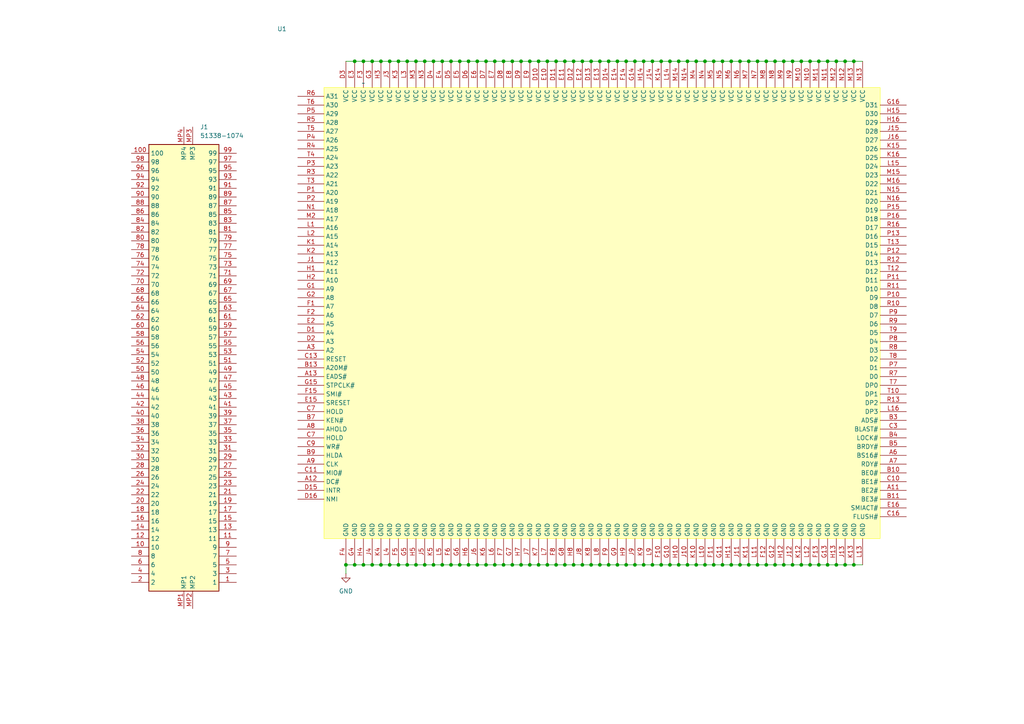
<source format=kicad_sch>
(kicad_sch (version 20250114) (generator "eeschema") (generator_version "9.0")
  (paper "A4")
  (lib_symbols
    (symbol "pcb-bga-library:51338-1074"
      (property "Reference" "J" (at 135.89 15.24 0))
      (property "Value" "51338-1074" (at 135.89 12.7 0))
      (symbol "51338-1074_1_1"
        (rectangle (start 5.08 10.16) (end 134.62 -10.16) (stroke (width 0.254)) (fill (type background)))
        (pin passive line (at 0 0 0) (length 5.08) (name "MP1") (number "MP1"))
        (pin passive line (at 0 -2.54 0) (length 5.08) (name "MP2") (number "MP2"))
        (pin passive line (at 7.62 15.24 270) (length 5.08) (name "2") (number "2"))
        (pin passive line (at 7.62 -15.24 90) (length 5.08) (name "1") (number "1"))
        (pin passive line (at 10.16 15.24 270) (length 5.08) (name "4") (number "4"))
        (pin passive line (at 10.16 -15.24 90) (length 5.08) (name "3") (number "3"))
        (pin passive line (at 12.7 15.24 270) (length 5.08) (name "6") (number "6"))
        (pin passive line (at 12.7 -15.24 90) (length 5.08) (name "5") (number "5"))
        (pin passive line (at 15.24 15.24 270) (length 5.08) (name "8") (number "8"))
        (pin passive line (at 15.24 -15.24 90) (length 5.08) (name "7") (number "7"))
        (pin passive line (at 17.78 15.24 270) (length 5.08) (name "10") (number "10"))
        (pin passive line (at 17.78 -15.24 90) (length 5.08) (name "9") (number "9"))
        (pin passive line (at 20.32 15.24 270) (length 5.08) (name "12") (number "12"))
        (pin passive line (at 20.32 -15.24 90) (length 5.08) (name "11") (number "11"))
        (pin passive line (at 22.86 15.24 270) (length 5.08) (name "14") (number "14"))
        (pin passive line (at 22.86 -15.24 90) (length 5.08) (name "13") (number "13"))
        (pin passive line (at 25.4 15.24 270) (length 5.08) (name "16") (number "16"))
        (pin passive line (at 25.4 -15.24 90) (length 5.08) (name "15") (number "15"))
        (pin passive line (at 27.94 15.24 270) (length 5.08) (name "18") (number "18"))
        (pin passive line (at 27.94 -15.24 90) (length 5.08) (name "17") (number "17"))
        (pin passive line (at 30.48 15.24 270) (length 5.08) (name "20") (number "20"))
        (pin passive line (at 30.48 -15.24 90) (length 5.08) (name "19") (number "19"))
        (pin passive line (at 33.02 15.24 270) (length 5.08) (name "22") (number "22"))
        (pin passive line (at 33.02 -15.24 90) (length 5.08) (name "21") (number "21"))
        (pin passive line (at 35.56 15.24 270) (length 5.08) (name "24") (number "24"))
        (pin passive line (at 35.56 -15.24 90) (length 5.08) (name "23") (number "23"))
        (pin passive line (at 38.1 15.24 270) (length 5.08) (name "26") (number "26"))
        (pin passive line (at 38.1 -15.24 90) (length 5.08) (name "25") (number "25"))
        (pin passive line (at 40.64 15.24 270) (length 5.08) (name "28") (number "28"))
        (pin passive line (at 40.64 -15.24 90) (length 5.08) (name "27") (number "27"))
        (pin passive line (at 43.18 15.24 270) (length 5.08) (name "30") (number "30"))
        (pin passive line (at 43.18 -15.24 90) (length 5.08) (name "29") (number "29"))
        (pin passive line (at 45.72 15.24 270) (length 5.08) (name "32") (number "32"))
        (pin passive line (at 45.72 -15.24 90) (length 5.08) (name "31") (number "31"))
        (pin passive line (at 48.26 15.24 270) (length 5.08) (name "34") (number "34"))
        (pin passive line (at 48.26 -15.24 90) (length 5.08) (name "33") (number "33"))
        (pin passive line (at 50.8 15.24 270) (length 5.08) (name "36") (number "36"))
        (pin passive line (at 50.8 -15.24 90) (length 5.08) (name "35") (number "35"))
        (pin passive line (at 53.34 15.24 270) (length 5.08) (name "38") (number "38"))
        (pin passive line (at 53.34 -15.24 90) (length 5.08) (name "37") (number "37"))
        (pin passive line (at 55.88 15.24 270) (length 5.08) (name "40") (number "40"))
        (pin passive line (at 55.88 -15.24 90) (length 5.08) (name "39") (number "39"))
        (pin passive line (at 58.42 15.24 270) (length 5.08) (name "42") (number "42"))
        (pin passive line (at 58.42 -15.24 90) (length 5.08) (name "41") (number "41"))
        (pin passive line (at 60.96 15.24 270) (length 5.08) (name "44") (number "44"))
        (pin passive line (at 60.96 -15.24 90) (length 5.08) (name "43") (number "43"))
        (pin passive line (at 63.5 15.24 270) (length 5.08) (name "46") (number "46"))
        (pin passive line (at 63.5 -15.24 90) (length 5.08) (name "45") (number "45"))
        (pin passive line (at 66.04 15.24 270) (length 5.08) (name "48") (number "48"))
        (pin passive line (at 66.04 -15.24 90) (length 5.08) (name "47") (number "47"))
        (pin passive line (at 68.58 15.24 270) (length 5.08) (name "50") (number "50"))
        (pin passive line (at 68.58 -15.24 90) (length 5.08) (name "49") (number "49"))
        (pin passive line (at 71.12 15.24 270) (length 5.08) (name "52") (number "52"))
        (pin passive line (at 71.12 -15.24 90) (length 5.08) (name "51") (number "51"))
        (pin passive line (at 73.66 15.24 270) (length 5.08) (name "54") (number "54"))
        (pin passive line (at 73.66 -15.24 90) (length 5.08) (name "53") (number "53"))
        (pin passive line (at 76.2 15.24 270) (length 5.08) (name "56") (number "56"))
        (pin passive line (at 76.2 -15.24 90) (length 5.08) (name "55") (number "55"))
        (pin passive line (at 78.74 15.24 270) (length 5.08) (name "58") (number "58"))
        (pin passive line (at 78.74 -15.24 90) (length 5.08) (name "57") (number "57"))
        (pin passive line (at 81.28 15.24 270) (length 5.08) (name "60") (number "60"))
        (pin passive line (at 81.28 -15.24 90) (length 5.08) (name "59") (number "59"))
        (pin passive line (at 83.82 15.24 270) (length 5.08) (name "62") (number "62"))
        (pin passive line (at 83.82 -15.24 90) (length 5.08) (name "61") (number "61"))
        (pin passive line (at 86.36 15.24 270) (length 5.08) (name "64") (number "64"))
        (pin passive line (at 86.36 -15.24 90) (length 5.08) (name "63") (number "63"))
        (pin passive line (at 88.9 15.24 270) (length 5.08) (name "66") (number "66"))
        (pin passive line (at 88.9 -15.24 90) (length 5.08) (name "65") (number "65"))
        (pin passive line (at 91.44 15.24 270) (length 5.08) (name "68") (number "68"))
        (pin passive line (at 91.44 -15.24 90) (length 5.08) (name "67") (number "67"))
        (pin passive line (at 93.98 15.24 270) (length 5.08) (name "70") (number "70"))
        (pin passive line (at 93.98 -15.24 90) (length 5.08) (name "69") (number "69"))
        (pin passive line (at 96.52 15.24 270) (length 5.08) (name "72") (number "72"))
        (pin passive line (at 96.52 -15.24 90) (length 5.08) (name "71") (number "71"))
        (pin passive line (at 99.06 15.24 270) (length 5.08) (name "74") (number "74"))
        (pin passive line (at 99.06 -15.24 90) (length 5.08) (name "73") (number "73"))
        (pin passive line (at 101.6 15.24 270) (length 5.08) (name "76") (number "76"))
        (pin passive line (at 101.6 -15.24 90) (length 5.08) (name "75") (number "75"))
        (pin passive line (at 104.14 15.24 270) (length 5.08) (name "78") (number "78"))
        (pin passive line (at 104.14 -15.24 90) (length 5.08) (name "77") (number "77"))
        (pin passive line (at 106.68 15.24 270) (length 5.08) (name "80") (number "80"))
        (pin passive line (at 106.68 -15.24 90) (length 5.08) (name "79") (number "79"))
        (pin passive line (at 109.22 15.24 270) (length 5.08) (name "82") (number "82"))
        (pin passive line (at 109.22 -15.24 90) (length 5.08) (name "81") (number "81"))
        (pin passive line (at 111.76 15.24 270) (length 5.08) (name "84") (number "84"))
        (pin passive line (at 111.76 -15.24 90) (length 5.08) (name "83") (number "83"))
        (pin passive line (at 114.3 15.24 270) (length 5.08) (name "86") (number "86"))
        (pin passive line (at 114.3 -15.24 90) (length 5.08) (name "85") (number "85"))
        (pin passive line (at 116.84 15.24 270) (length 5.08) (name "88") (number "88"))
        (pin passive line (at 116.84 -15.24 90) (length 5.08) (name "87") (number "87"))
        (pin passive line (at 119.38 15.24 270) (length 5.08) (name "90") (number "90"))
        (pin passive line (at 119.38 -15.24 90) (length 5.08) (name "89") (number "89"))
        (pin passive line (at 121.92 15.24 270) (length 5.08) (name "92") (number "92"))
        (pin passive line (at 121.92 -15.24 90) (length 5.08) (name "91") (number "91"))
        (pin passive line (at 124.46 15.24 270) (length 5.08) (name "94") (number "94"))
        (pin passive line (at 124.46 -15.24 90) (length 5.08) (name "93") (number "93"))
        (pin passive line (at 127 15.24 270) (length 5.08) (name "96") (number "96"))
        (pin passive line (at 127 -15.24 90) (length 5.08) (name "95") (number "95"))
        (pin passive line (at 129.54 15.24 270) (length 5.08) (name "98") (number "98"))
        (pin passive line (at 129.54 -15.24 90) (length 5.08) (name "97") (number "97"))
        (pin passive line (at 132.08 15.24 270) (length 5.08) (name "100") (number "100"))
        (pin passive line (at 132.08 -15.24 90) (length 5.08) (name "99") (number "99"))
        (pin passive line (at 139.7 0 180) (length 5.08) (name "MP4") (number "MP4"))
        (pin passive line (at 139.7 -2.54 180) (length 5.08) (name "MP3") (number "MP3"))
      )
    )
    (symbol "pcb-bga-library:PC110_CPU_BGA"
      (property "Reference" "U" (at -41.402 100.33 0))
      (symbol "PC110_CPU_BGA_1_1"
        (rectangle (start -12.7 88.9) (end 148.59 -41.91) (stroke (width 0) (color 249 255 54 1)) (fill (type background)))
        (pin input line (at -20.32 86.36 0) (length 7.62) (name "A31") (number "R6"))
        (pin input line (at -20.32 83.82 0) (length 7.62) (name "A30") (number "T6"))
        (pin input line (at -20.32 81.28 0) (length 7.62) (name "A29") (number "P5"))
        (pin input line (at -20.32 78.74 0) (length 7.62) (name "A28") (number "R5"))
        (pin input line (at -20.32 76.2 0) (length 7.62) (name "A27") (number "T5"))
        (pin input line (at -20.32 73.66 0) (length 7.62) (name "A26") (number "P4"))
        (pin input line (at -20.32 71.12 0) (length 7.62) (name "A25") (number "R4"))
        (pin input line (at -20.32 68.58 0) (length 7.62) (name "A24") (number "T4"))
        (pin input line (at -20.32 66.04 0) (length 7.62) (name "A23") (number "P3"))
        (pin input line (at -20.32 63.5 0) (length 7.62) (name "A22") (number "R3"))
        (pin input line (at -20.32 60.96 0) (length 7.62) (name "A21") (number "T3"))
        (pin input line (at -20.32 58.42 0) (length 7.62) (name "A20") (number "P1"))
        (pin input line (at -20.32 55.88 0) (length 7.62) (name "A19") (number "P2"))
        (pin input line (at -20.32 53.34 0) (length 7.62) (name "A18") (number "N1"))
        (pin input line (at -20.32 50.8 0) (length 7.62) (name "A17") (number "M2"))
        (pin input line (at -20.32 48.26 0) (length 7.62) (name "A16") (number "L1"))
        (pin input line (at -20.32 45.72 0) (length 7.62) (name "A15") (number "L2"))
        (pin input line (at -20.32 43.18 0) (length 7.62) (name "A14") (number "K1"))
        (pin input line (at -20.32 40.64 0) (length 7.62) (name "A13") (number "K2"))
        (pin input line (at -20.32 38.1 0) (length 7.62) (name "A12") (number "J1"))
        (pin input line (at -20.32 35.56 0) (length 7.62) (name "A11") (number "H1"))
        (pin input line (at -20.32 33.02 0) (length 7.62) (name "A10") (number "H2"))
        (pin input line (at -20.32 30.48 0) (length 7.62) (name "A9") (number "G1"))
        (pin input line (at -20.32 27.94 0) (length 7.62) (name "A8") (number "G2"))
        (pin input line (at -20.32 25.4 0) (length 7.62) (name "A7") (number "F1"))
        (pin input line (at -20.32 22.86 0) (length 7.62) (name "A6") (number "F2"))
        (pin input line (at -20.32 20.32 0) (length 7.62) (name "A5") (number "E2"))
        (pin input line (at -20.32 17.78 0) (length 7.62) (name "A4") (number "D1"))
        (pin input line (at -20.32 15.24 0) (length 7.62) (name "A3") (number "D2"))
        (pin input line (at -20.32 12.7 0) (length 7.62) (name "A2") (number "A3"))
        (pin input line (at -20.32 10.16 0) (length 7.62) (name "RESET") (number "C13"))
        (pin input line (at -20.32 7.62 0) (length 7.62) (name "A20M#") (number "B13"))
        (pin input line (at -20.32 5.08 0) (length 7.62) (name "EADS#") (number "A13"))
        (pin input line (at -20.32 2.54 0) (length 7.62) (name "STPCLK#") (number "G15"))
        (pin input line (at -20.32 0 0) (length 7.62) (name "SMI#") (number "F15"))
        (pin input line (at -20.32 -2.54 0) (length 7.62) (name "SRESET") (number "E15"))
        (pin input line (at -20.32 -5.08 0) (length 7.62) (name "HOLD") (number "C7"))
        (pin input line (at -20.32 -7.62 0) (length 7.62) (name "KEN#") (number "B7"))
        (pin input line (at -20.32 -10.16 0) (length 7.62) (name "AHOLD") (number "A8"))
        (pin input line (at -20.32 -12.7 0) (length 7.62) (name "HOLD") (number "C7"))
        (pin input line (at -20.32 -15.24 0) (length 7.62) (name "WR#") (number "C9"))
        (pin input line (at -20.32 -17.78 0) (length 7.62) (name "HLDA") (number "B9"))
        (pin input line (at -20.32 -20.32 0) (length 7.62) (name "CLK") (number "A9"))
        (pin input line (at -20.32 -22.86 0) (length 7.62) (name "MIO#") (number "C11"))
        (pin input line (at -20.32 -25.4 0) (length 7.62) (name "DC#") (number "A12"))
        (pin input line (at -20.32 -27.94 0) (length 7.62) (name "INTR") (number "D15"))
        (pin input line (at -20.32 -30.48 0) (length 7.62) (name "NMI") (number "D16"))
        (pin input line (at -6.35 96.52 270) (length 7.62) (name "VCC") (number "D3"))
        (pin input line (at -6.35 -49.53 90) (length 7.62) (name "GND") (number "F4"))
        (pin input line (at -3.81 96.52 270) (length 7.62) (name "VCC") (number "E3"))
        (pin input line (at -3.81 -49.53 90) (length 7.62) (name "GND") (number "G4"))
        (pin input line (at -1.27 96.52 270) (length 7.62) (name "VCC") (number "F3"))
        (pin input line (at -1.27 -49.53 90) (length 7.62) (name "GND") (number "H4"))
        (pin input line (at 1.27 96.52 270) (length 7.62) (name "VCC") (number "G3"))
        (pin input line (at 1.27 -49.53 90) (length 7.62) (name "GND") (number "J4"))
        (pin input line (at 3.81 96.52 270) (length 7.62) (name "VCC") (number "H3"))
        (pin input line (at 3.81 -49.53 90) (length 7.62) (name "GND") (number "K4"))
        (pin input line (at 6.35 96.52 270) (length 7.62) (name "VCC") (number "J3"))
        (pin input line (at 6.35 -49.53 90) (length 7.62) (name "GND") (number "L4"))
        (pin input line (at 8.89 96.52 270) (length 7.62) (name "VCC") (number "K3"))
        (pin input line (at 8.89 -49.53 90) (length 7.62) (name "GND") (number "F5"))
        (pin input line (at 11.43 96.52 270) (length 7.62) (name "VCC") (number "L3"))
        (pin input line (at 11.43 -49.53 90) (length 7.62) (name "GND") (number "G5"))
        (pin input line (at 13.97 96.52 270) (length 7.62) (name "VCC") (number "M3"))
        (pin input line (at 13.97 -49.53 90) (length 7.62) (name "GND") (number "H5"))
        (pin input line (at 16.51 96.52 270) (length 7.62) (name "VCC") (number "N3"))
        (pin input line (at 16.51 -49.53 90) (length 7.62) (name "GND") (number "J5"))
        (pin input line (at 19.05 96.52 270) (length 7.62) (name "VCC") (number "D4"))
        (pin input line (at 19.05 -49.53 90) (length 7.62) (name "GND") (number "K5"))
        (pin input line (at 21.59 96.52 270) (length 7.62) (name "VCC") (number "E4"))
        (pin input line (at 21.59 -49.53 90) (length 7.62) (name "GND") (number "L5"))
        (pin input line (at 24.13 96.52 270) (length 7.62) (name "VCC") (number "D5"))
        (pin input line (at 24.13 -49.53 90) (length 7.62) (name "GND") (number "F6"))
        (pin input line (at 26.67 96.52 270) (length 7.62) (name "VCC") (number "E5"))
        (pin input line (at 26.67 -49.53 90) (length 7.62) (name "GND") (number "G6"))
        (pin input line (at 29.21 96.52 270) (length 7.62) (name "VCC") (number "D6"))
        (pin input line (at 29.21 -49.53 90) (length 7.62) (name "GND") (number "H6"))
        (pin input line (at 31.75 96.52 270) (length 7.62) (name "VCC") (number "E6"))
        (pin input line (at 31.75 -49.53 90) (length 7.62) (name "GND") (number "J6"))
        (pin input line (at 34.29 96.52 270) (length 7.62) (name "VCC") (number "D7"))
        (pin input line (at 34.29 -49.53 90) (length 7.62) (name "GND") (number "K6"))
        (pin input line (at 36.83 96.52 270) (length 7.62) (name "VCC") (number "E7"))
        (pin input line (at 36.83 -49.53 90) (length 7.62) (name "GND") (number "L6"))
        (pin input line (at 39.37 96.52 270) (length 7.62) (name "VCC") (number "D8"))
        (pin input line (at 39.37 -49.53 90) (length 7.62) (name "GND") (number "F7"))
        (pin input line (at 41.91 96.52 270) (length 7.62) (name "VCC") (number "E8"))
        (pin input line (at 41.91 -49.53 90) (length 7.62) (name "GND") (number "G7"))
        (pin input line (at 44.45 96.52 270) (length 7.62) (name "VCC") (number "D9"))
        (pin input line (at 44.45 -49.53 90) (length 7.62) (name "GND") (number "H7"))
        (pin input line (at 46.99 96.52 270) (length 7.62) (name "VCC") (number "E9"))
        (pin input line (at 46.99 -49.53 90) (length 7.62) (name "GND") (number "J7"))
        (pin input line (at 49.53 96.52 270) (length 7.62) (name "VCC") (number "D10"))
        (pin input line (at 49.53 -49.53 90) (length 7.62) (name "GND") (number "K7"))
        (pin input line (at 52.07 96.52 270) (length 7.62) (name "VCC") (number "E10"))
        (pin input line (at 52.07 -49.53 90) (length 7.62) (name "GND") (number "L7"))
        (pin input line (at 54.61 96.52 270) (length 7.62) (name "VCC") (number "D11"))
        (pin input line (at 54.61 -49.53 90) (length 7.62) (name "GND") (number "F8"))
        (pin input line (at 57.15 96.52 270) (length 7.62) (name "VCC") (number "E11"))
        (pin input line (at 57.15 -49.53 90) (length 7.62) (name "GND") (number "G8"))
        (pin input line (at 59.69 96.52 270) (length 7.62) (name "VCC") (number "D12"))
        (pin input line (at 59.69 -49.53 90) (length 7.62) (name "GND") (number "H8"))
        (pin input line (at 62.23 96.52 270) (length 7.62) (name "VCC") (number "E12"))
        (pin input line (at 62.23 -49.53 90) (length 7.62) (name "GND") (number "J8"))
        (pin input line (at 64.77 96.52 270) (length 7.62) (name "VCC") (number "D13"))
        (pin input line (at 64.77 -49.53 90) (length 7.62) (name "GND") (number "K8"))
        (pin input line (at 67.31 96.52 270) (length 7.62) (name "VCC") (number "E13"))
        (pin input line (at 67.31 -49.53 90) (length 7.62) (name "GND") (number "L8"))
        (pin input line (at 69.85 96.52 270) (length 7.62) (name "VCC") (number "D14"))
        (pin input line (at 69.85 -49.53 90) (length 7.62) (name "GND") (number "F9"))
        (pin input line (at 72.39 96.52 270) (length 7.62) (name "VCC") (number "E14"))
        (pin input line (at 72.39 -49.53 90) (length 7.62) (name "GND") (number "G9"))
        (pin input line (at 74.93 96.52 270) (length 7.62) (name "VCC") (number "F14"))
        (pin input line (at 74.93 -49.53 90) (length 7.62) (name "GND") (number "H9"))
        (pin input line (at 77.47 96.52 270) (length 7.62) (name "VCC") (number "G14"))
        (pin input line (at 77.47 -49.53 90) (length 7.62) (name "GND") (number "J9"))
        (pin input line (at 80.01 96.52 270) (length 7.62) (name "VCC") (number "H14"))
        (pin input line (at 80.01 -49.53 90) (length 7.62) (name "GND") (number "K9"))
        (pin input line (at 82.55 96.52 270) (length 7.62) (name "VCC") (number "J14"))
        (pin input line (at 82.55 -49.53 90) (length 7.62) (name "GND") (number "L9"))
        (pin input line (at 85.09 96.52 270) (length 7.62) (name "VCC") (number "K14"))
        (pin input line (at 85.09 -49.53 90) (length 7.62) (name "GND") (number "F10"))
        (pin input line (at 87.63 96.52 270) (length 7.62) (name "VCC") (number "L14"))
        (pin input line (at 87.63 -49.53 90) (length 7.62) (name "GND") (number "G10"))
        (pin input line (at 90.17 96.52 270) (length 7.62) (name "VCC") (number "M14"))
        (pin input line (at 90.17 -49.53 90) (length 7.62) (name "GND") (number "H10"))
        (pin input line (at 92.71 96.52 270) (length 7.62) (name "VCC") (number "N14"))
        (pin input line (at 92.71 -49.53 90) (length 7.62) (name "GND") (number "J10"))
        (pin input line (at 95.25 96.52 270) (length 7.62) (name "VCC") (number "M4"))
        (pin input line (at 95.25 -49.53 90) (length 7.62) (name "GND") (number "K10"))
        (pin input line (at 97.79 96.52 270) (length 7.62) (name "VCC") (number "N4"))
        (pin input line (at 97.79 -49.53 90) (length 7.62) (name "GND") (number "L10"))
        (pin input line (at 100.33 96.52 270) (length 7.62) (name "VCC") (number "M5"))
        (pin input line (at 100.33 -49.53 90) (length 7.62) (name "GND") (number "F11"))
        (pin input line (at 102.87 96.52 270) (length 7.62) (name "VCC") (number "N5"))
        (pin input line (at 102.87 -49.53 90) (length 7.62) (name "GND") (number "G11"))
        (pin input line (at 105.41 96.52 270) (length 7.62) (name "VCC") (number "M6"))
        (pin input line (at 105.41 -49.53 90) (length 7.62) (name "GND") (number "H11"))
        (pin input line (at 107.95 96.52 270) (length 7.62) (name "VCC") (number "N6"))
        (pin input line (at 107.95 -49.53 90) (length 7.62) (name "GND") (number "J11"))
        (pin input line (at 110.49 96.52 270) (length 7.62) (name "VCC") (number "M7"))
        (pin input line (at 110.49 -49.53 90) (length 7.62) (name "GND") (number "K11"))
        (pin input line (at 113.03 96.52 270) (length 7.62) (name "VCC") (number "N7"))
        (pin input line (at 113.03 -49.53 90) (length 7.62) (name "GND") (number "L11"))
        (pin input line (at 115.57 96.52 270) (length 7.62) (name "VCC") (number "M8"))
        (pin input line (at 115.57 -49.53 90) (length 7.62) (name "GND") (number "F12"))
        (pin input line (at 118.11 96.52 270) (length 7.62) (name "VCC") (number "N8"))
        (pin input line (at 118.11 -49.53 90) (length 7.62) (name "GND") (number "G12"))
        (pin input line (at 120.65 96.52 270) (length 7.62) (name "VCC") (number "M9"))
        (pin input line (at 120.65 -49.53 90) (length 7.62) (name "GND") (number "H12"))
        (pin input line (at 123.19 96.52 270) (length 7.62) (name "VCC") (number "N9"))
        (pin input line (at 123.19 -49.53 90) (length 7.62) (name "GND") (number "J12"))
        (pin input line (at 125.73 96.52 270) (length 7.62) (name "VCC") (number "M10"))
        (pin input line (at 125.73 -49.53 90) (length 7.62) (name "GND") (number "K12"))
        (pin input line (at 128.27 96.52 270) (length 7.62) (name "VCC") (number "N10"))
        (pin input line (at 128.27 -49.53 90) (length 7.62) (name "GND") (number "L12"))
        (pin input line (at 130.81 96.52 270) (length 7.62) (name "VCC") (number "M11"))
        (pin input line (at 130.81 -49.53 90) (length 7.62) (name "GND") (number "F13"))
        (pin input line (at 133.35 96.52 270) (length 7.62) (name "VCC") (number "N11"))
        (pin input line (at 133.35 -49.53 90) (length 7.62) (name "GND") (number "G13"))
        (pin input line (at 135.89 96.52 270) (length 7.62) (name "VCC") (number "M12"))
        (pin input line (at 135.89 -49.53 90) (length 7.62) (name "GND") (number "H13"))
        (pin input line (at 138.43 96.52 270) (length 7.62) (name "VCC") (number "N12"))
        (pin input line (at 138.43 -49.53 90) (length 7.62) (name "GND") (number "J13"))
        (pin input line (at 140.97 96.52 270) (length 7.62) (name "VCC") (number "M13"))
        (pin input line (at 140.97 -49.53 90) (length 7.62) (name "GND") (number "K13"))
        (pin input line (at 143.51 96.52 270) (length 7.62) (name "VCC") (number "N13"))
        (pin input line (at 143.51 -49.53 90) (length 7.62) (name "GND") (number "L13"))
        (pin input line (at 156.21 83.82 180) (length 7.62) (name "D31") (number "G16"))
        (pin input line (at 156.21 81.28 180) (length 7.62) (name "D30") (number "H15"))
        (pin input line (at 156.21 78.74 180) (length 7.62) (name "D29") (number "H16"))
        (pin input line (at 156.21 76.2 180) (length 7.62) (name "D28") (number "J15"))
        (pin input line (at 156.21 73.66 180) (length 7.62) (name "D27") (number "J16"))
        (pin input line (at 156.21 71.12 180) (length 7.62) (name "D26") (number "K15"))
        (pin input line (at 156.21 68.58 180) (length 7.62) (name "D25") (number "K16"))
        (pin input line (at 156.21 66.04 180) (length 7.62) (name "D24") (number "L15"))
        (pin input line (at 156.21 63.5 180) (length 7.62) (name "D23") (number "M15"))
        (pin input line (at 156.21 60.96 180) (length 7.62) (name "D22") (number "M16"))
        (pin input line (at 156.21 58.42 180) (length 7.62) (name "D21") (number "N15"))
        (pin input line (at 156.21 55.88 180) (length 7.62) (name "D20") (number "N16"))
        (pin input line (at 156.21 53.34 180) (length 7.62) (name "D19") (number "P15"))
        (pin input line (at 156.21 50.8 180) (length 7.62) (name "D18") (number "P16"))
        (pin input line (at 156.21 48.26 180) (length 7.62) (name "D17") (number "R16"))
        (pin input line (at 156.21 45.72 180) (length 7.62) (name "D16") (number "P13"))
        (pin input line (at 156.21 43.18 180) (length 7.62) (name "D15") (number "T13"))
        (pin input line (at 156.21 40.64 180) (length 7.62) (name "D14") (number "P12"))
        (pin input line (at 156.21 38.1 180) (length 7.62) (name "D13") (number "R12"))
        (pin input line (at 156.21 35.56 180) (length 7.62) (name "D12") (number "T12"))
        (pin input line (at 156.21 33.02 180) (length 7.62) (name "D11") (number "P11"))
        (pin input line (at 156.21 30.48 180) (length 7.62) (name "D10") (number "R11"))
        (pin input line (at 156.21 27.94 180) (length 7.62) (name "D9") (number "P10"))
        (pin input line (at 156.21 25.4 180) (length 7.62) (name "D8") (number "R10"))
        (pin input line (at 156.21 22.86 180) (length 7.62) (name "D7") (number "P9"))
        (pin input line (at 156.21 20.32 180) (length 7.62) (name "D6") (number "R9"))
        (pin input line (at 156.21 17.78 180) (length 7.62) (name "D5") (number "T9"))
        (pin input line (at 156.21 15.24 180) (length 7.62) (name "D4") (number "P8"))
        (pin input line (at 156.21 12.7 180) (length 7.62) (name "D3") (number "R8"))
        (pin input line (at 156.21 10.16 180) (length 7.62) (name "D2") (number "T8"))
        (pin input line (at 156.21 7.62 180) (length 7.62) (name "D1") (number "P7"))
        (pin input line (at 156.21 5.08 180) (length 7.62) (name "D0") (number "R7"))
        (pin input line (at 156.21 2.54 180) (length 7.62) (name "DP0") (number "T7"))
        (pin input line (at 156.21 0 180) (length 7.62) (name "DP1") (number "T10"))
        (pin input line (at 156.21 -2.54 180) (length 7.62) (name "DP2") (number "R13"))
        (pin input line (at 156.21 -5.08 180) (length 7.62) (name "DP3") (number "L16"))
        (pin input line (at 156.21 -7.62 180) (length 7.62) (name "ADS#") (number "B3"))
        (pin input line (at 156.21 -10.16 180) (length 7.62) (name "BLAST#") (number "C3"))
        (pin input line (at 156.21 -12.7 180) (length 7.62) (name "LOCK#") (number "B4"))
        (pin input line (at 156.21 -15.24 180) (length 7.62) (name "BRDY#") (number "B5"))
        (pin input line (at 156.21 -17.78 180) (length 7.62) (name "BS16#") (number "A6"))
        (pin input line (at 156.21 -20.32 180) (length 7.62) (name "RDY#") (number "A7"))
        (pin input line (at 156.21 -22.86 180) (length 7.62) (name "BE0#") (number "B10"))
        (pin input line (at 156.21 -25.4 180) (length 7.62) (name "BE1#") (number "C10"))
        (pin input line (at 156.21 -27.94 180) (length 7.62) (name "BE2#") (number "A11"))
        (pin input line (at 156.21 -30.48 180) (length 7.62) (name "BE3#") (number "B11"))
        (pin input line (at 156.21 -33.02 180) (length 7.62) (name "SMIACT#") (number "E16"))
        (pin input line (at 156.21 -35.56 180) (length 7.62) (name "FLUSH#") (number "C16"))
        (pin no_connect line (at 195.58 96.52 180) (length 7.62) (hide yes) (name "NC") (number "A1"))
        (pin no_connect line (at 195.58 93.98 180) (length 7.62) (hide yes) (name "NC") (number "B1"))
        (pin no_connect line (at 195.58 91.44 180) (length 7.62) (hide yes) (name "NC") (number "C1"))
        (pin no_connect line (at 195.58 88.9 180) (length 7.62) (hide yes) (name "NC") (number "E1"))
        (pin no_connect line (at 195.58 86.36 180) (length 7.62) (hide yes) (name "M1") (number "A1"))
        (pin no_connect line (at 195.58 83.82 180) (length 7.62) (hide yes) (name "NC") (number "R1"))
        (pin no_connect line (at 195.58 81.28 180) (length 7.62) (hide yes) (name "NC") (number "T1"))
        (pin no_connect line (at 195.58 78.74 180) (length 7.62) (hide yes) (name "NC") (number "A2"))
        (pin no_connect line (at 195.58 76.2 180) (length 7.62) (hide yes) (name "NC") (number "B2"))
        (pin no_connect line (at 195.58 73.66 180) (length 7.62) (hide yes) (name "NC") (number "C2"))
        (pin no_connect line (at 195.58 71.12 180) (length 7.62) (hide yes) (name "NC") (number "N2"))
        (pin no_connect line (at 195.58 68.58 180) (length 7.62) (hide yes) (name "NC") (number "R2"))
        (pin no_connect line (at 195.58 66.04 180) (length 7.62) (hide yes) (name "NC") (number "T2"))
        (pin no_connect line (at 195.58 63.5 180) (length 7.62) (hide yes) (name "NC") (number "C4"))
        (pin no_connect line (at 195.58 60.96 180) (length 7.62) (hide yes) (name "NC") (number "C6"))
        (pin no_connect line (at 195.58 58.42 180) (length 7.62) (hide yes) (name "NC") (number "P6"))
        (pin no_connect line (at 195.58 55.88 180) (length 7.62) (hide yes) (name "NC") (number "T11"))
        (pin no_connect line (at 195.58 53.34 180) (length 7.62) (hide yes) (name "NC") (number "A14"))
        (pin no_connect line (at 195.58 50.8 180) (length 7.62) (hide yes) (name "NC") (number "B14"))
        (pin no_connect line (at 195.58 48.26 180) (length 7.62) (hide yes) (name "NC") (number "C14"))
        (pin no_connect line (at 195.58 45.72 180) (length 7.62) (hide yes) (name "NC") (number "P14"))
        (pin no_connect line (at 195.58 43.18 180) (length 7.62) (hide yes) (name "NC") (number "R14"))
        (pin no_connect line (at 195.58 40.64 180) (length 7.62) (hide yes) (name "NC") (number "T14"))
        (pin no_connect line (at 195.58 38.1 180) (length 7.62) (hide yes) (name "NC") (number "A15"))
        (pin no_connect line (at 195.58 35.56 180) (length 7.62) (hide yes) (name "NC") (number "B15"))
        (pin no_connect line (at 195.58 33.02 180) (length 7.62) (hide yes) (name "NC") (number "C15"))
        (pin no_connect line (at 195.58 30.48 180) (length 7.62) (hide yes) (name "NC") (number "R15"))
        (pin no_connect line (at 195.58 27.94 180) (length 7.62) (hide yes) (name "NC") (number "T15"))
        (pin no_connect line (at 195.58 25.4 180) (length 7.62) (hide yes) (name "NC") (number "A16"))
        (pin no_connect line (at 195.58 22.86 180) (length 7.62) (hide yes) (name "NC") (number "B16"))
        (pin no_connect line (at 195.58 20.32 180) (length 7.62) (hide yes) (name "NC") (number "T16"))
        (pin no_connect line (at 195.58 16.51 180) (length 7.62) (hide yes) (name "NC") (number "A4"))
        (pin no_connect line (at 195.58 13.97 180) (length 7.62) (hide yes) (name "NC") (number "A5"))
        (pin no_connect line (at 195.58 11.43 180) (length 7.62) (hide yes) (name "NC") (number "C5"))
        (pin no_connect line (at 195.58 8.89 180) (length 7.62) (hide yes) (name "NC") (number "B6"))
        (pin no_connect line (at 195.58 6.35 180) (length 7.62) (hide yes) (name "NC") (number "B8"))
        (pin no_connect line (at 195.58 3.81 180) (length 7.62) (hide yes) (name "NC") (number "A10"))
        (pin no_connect line (at 195.58 1.27 180) (length 7.62) (hide yes) (name "NC") (number "B12"))
        (pin no_connect line (at 195.58 -1.27 180) (length 7.62) (hide yes) (name "NC") (number "C12"))
        (pin no_connect line (at 195.58 -3.81 180) (length 7.62) (hide yes) (name "NC") (number "F16"))
        (pin no_connect line (at 195.58 -6.35 180) (length 7.62) (hide yes) (name "NC") (number "M1"))
        (pin no_connect line (at 195.58 -8.89 180) (length 7.62) (hide yes) (name "NC") (number "J2"))
        (pin no_connect line (at 195.58 -11.43 180) (length 7.62) (hide yes) (name "NC") (number "C8"))
      )
    )
    (symbol "power:GND" (power) (pin_numbers (hide yes)) (pin_names (offset 0) (hide yes))
      (property "Value" "GND" (at 0 -3.81 0))
      (symbol "GND_0_1"
        (polyline (pts (xy 0 0) (xy 0 -1.27) (xy 1.27 -1.27) (xy 0 -2.54) (xy -1.27 -1.27) (xy 0 -1.27)))
      )
      (symbol "GND_1_1"
        (pin power_in line (at 0 0 270) (length 0) (name "~") (number "1"))
      )
    )
  )
  (junction (at 143.51 17.78))
  (junction (at 196.85 17.78))
  (junction (at 163.83 163.83))
  (junction (at 120.65 17.78))
  (junction (at 222.25 17.78))
  (junction (at 186.69 163.83))
  (junction (at 107.95 163.83))
  (junction (at 214.63 17.78))
  (junction (at 123.19 163.83))
  (junction (at 234.95 17.78))
  (junction (at 125.73 17.78))
  (junction (at 217.17 163.83))
  (junction (at 186.69 17.78))
  (junction (at 196.85 163.83))
  (junction (at 107.95 17.78))
  (junction (at 148.59 163.83))
  (junction (at 227.33 163.83))
  (junction (at 247.65 17.78))
  (junction (at 234.95 163.83))
  (junction (at 105.41 163.83))
  (junction (at 184.15 163.83))
  (junction (at 207.01 163.83))
  (junction (at 143.51 163.83))
  (junction (at 156.21 163.83))
  (junction (at 120.65 163.83))
  (junction (at 113.03 163.83))
  (junction (at 199.39 17.78))
  (junction (at 219.71 163.83))
  (junction (at 153.67 17.78))
  (junction (at 115.57 163.83))
  (junction (at 158.75 17.78))
  (junction (at 100.33 163.83))
  (junction (at 224.79 163.83))
  (junction (at 242.57 163.83))
  (junction (at 105.41 17.78))
  (junction (at 123.19 17.78))
  (junction (at 191.77 163.83))
  (junction (at 219.71 17.78))
  (junction (at 133.35 17.78))
  (junction (at 212.09 17.78))
  (junction (at 148.59 17.78))
  (junction (at 222.25 163.83))
  (junction (at 102.87 163.83))
  (junction (at 229.87 163.83))
  (junction (at 240.03 17.78))
  (junction (at 201.93 17.78))
  (junction (at 176.53 163.83))
  (junction (at 130.81 17.78))
  (junction (at 237.49 17.78))
  (junction (at 140.97 163.83))
  (junction (at 189.23 17.78))
  (junction (at 166.37 163.83))
  (junction (at 128.27 17.78))
  (junction (at 130.81 163.83))
  (junction (at 199.39 163.83))
  (junction (at 173.99 163.83))
  (junction (at 207.01 17.78))
  (junction (at 212.09 163.83))
  (junction (at 176.53 17.78))
  (junction (at 217.17 17.78))
  (junction (at 209.55 17.78))
  (junction (at 166.37 17.78))
  (junction (at 110.49 17.78))
  (junction (at 179.07 17.78))
  (junction (at 194.31 17.78))
  (junction (at 171.45 163.83))
  (junction (at 173.99 17.78))
  (junction (at 232.41 17.78))
  (junction (at 133.35 163.83))
  (junction (at 209.55 163.83))
  (junction (at 229.87 17.78))
  (junction (at 181.61 17.78))
  (junction (at 247.65 163.83))
  (junction (at 179.07 163.83))
  (junction (at 163.83 17.78))
  (junction (at 118.11 163.83))
  (junction (at 125.73 163.83))
  (junction (at 184.15 17.78))
  (junction (at 194.31 163.83))
  (junction (at 118.11 17.78))
  (junction (at 214.63 163.83))
  (junction (at 227.33 17.78))
  (junction (at 204.47 17.78))
  (junction (at 168.91 17.78))
  (junction (at 245.11 163.83))
  (junction (at 171.45 17.78))
  (junction (at 156.21 17.78))
  (junction (at 113.03 17.78))
  (junction (at 158.75 163.83))
  (junction (at 135.89 17.78))
  (junction (at 135.89 163.83))
  (junction (at 191.77 17.78))
  (junction (at 240.03 163.83))
  (junction (at 128.27 163.83))
  (junction (at 201.93 163.83))
  (junction (at 115.57 17.78))
  (junction (at 189.23 163.83))
  (junction (at 146.05 17.78))
  (junction (at 161.29 17.78))
  (junction (at 181.61 163.83))
  (junction (at 153.67 163.83))
  (junction (at 232.41 163.83))
  (junction (at 138.43 17.78))
  (junction (at 224.79 17.78))
  (junction (at 102.87 17.78))
  (junction (at 110.49 163.83))
  (junction (at 237.49 163.83))
  (junction (at 138.43 163.83))
  (junction (at 151.13 163.83))
  (junction (at 161.29 163.83))
  (junction (at 140.97 17.78))
  (junction (at 146.05 163.83))
  (junction (at 242.57 17.78))
  (junction (at 168.91 163.83))
  (junction (at 204.47 163.83))
  (junction (at 245.11 17.78))
  (junction (at 151.13 17.78))
  (wire (pts (xy 158.75 17.78) (xy 161.29 17.78)))
  (wire (pts (xy 234.95 17.78) (xy 237.49 17.78)))
  (wire (pts (xy 105.41 17.78) (xy 107.95 17.78)))
  (wire (pts (xy 143.51 163.83) (xy 146.05 163.83)))
  (wire (pts (xy 138.43 163.83) (xy 140.97 163.83)))
  (wire (pts (xy 125.73 17.78) (xy 128.27 17.78)))
  (wire (pts (xy 120.65 17.78) (xy 123.19 17.78)))
  (wire (pts (xy 110.49 163.83) (xy 113.03 163.83)))
  (wire (pts (xy 171.45 17.78) (xy 173.99 17.78)))
  (wire (pts (xy 115.57 17.78) (xy 118.11 17.78)))
  (wire (pts (xy 245.11 17.78) (xy 247.65 17.78)))
  (wire (pts (xy 100.33 163.83) (xy 100.33 166.37)))
  (wire (pts (xy 166.37 17.78) (xy 168.91 17.78)))
  (wire (pts (xy 204.47 17.78) (xy 207.01 17.78)))
  (wire (pts (xy 242.57 17.78) (xy 245.11 17.78)))
  (wire (pts (xy 247.65 163.83) (xy 250.19 163.83)))
  (wire (pts (xy 227.33 17.78) (xy 229.87 17.78)))
  (wire (pts (xy 207.01 17.78) (xy 209.55 17.78)))
  (wire (pts (xy 140.97 163.83) (xy 143.51 163.83)))
  (wire (pts (xy 173.99 163.83) (xy 176.53 163.83)))
  (wire (pts (xy 158.75 163.83) (xy 161.29 163.83)))
  (wire (pts (xy 128.27 163.83) (xy 130.81 163.83)))
  (wire (pts (xy 161.29 163.83) (xy 163.83 163.83)))
  (wire (pts (xy 186.69 163.83) (xy 189.23 163.83)))
  (wire (pts (xy 201.93 17.78) (xy 204.47 17.78)))
  (wire (pts (xy 148.59 163.83) (xy 151.13 163.83)))
  (wire (pts (xy 176.53 17.78) (xy 179.07 17.78)))
  (wire (pts (xy 207.01 163.83) (xy 209.55 163.83)))
  (wire (pts (xy 102.87 17.78) (xy 105.41 17.78)))
  (wire (pts (xy 234.95 163.83) (xy 237.49 163.83)))
  (wire (pts (xy 204.47 163.83) (xy 207.01 163.83)))
  (wire (pts (xy 224.79 17.78) (xy 227.33 17.78)))
  (wire (pts (xy 181.61 163.83) (xy 184.15 163.83)))
  (wire (pts (xy 232.41 163.83) (xy 234.95 163.83)))
  (wire (pts (xy 163.83 163.83) (xy 166.37 163.83)))
  (wire (pts (xy 179.07 163.83) (xy 181.61 163.83)))
  (wire (pts (xy 219.71 17.78) (xy 222.25 17.78)))
  (wire (pts (xy 163.83 17.78) (xy 166.37 17.78)))
  (wire (pts (xy 222.25 17.78) (xy 224.79 17.78)))
  (wire (pts (xy 151.13 163.83) (xy 153.67 163.83)))
  (wire (pts (xy 184.15 17.78) (xy 186.69 17.78)))
  (wire (pts (xy 153.67 17.78) (xy 156.21 17.78)))
  (wire (pts (xy 176.53 163.83) (xy 179.07 163.83)))
  (wire (pts (xy 171.45 163.83) (xy 173.99 163.83)))
  (wire (pts (xy 245.11 163.83) (xy 247.65 163.83)))
  (wire (pts (xy 237.49 17.78) (xy 240.03 17.78)))
  (wire (pts (xy 181.61 17.78) (xy 184.15 17.78)))
  (wire (pts (xy 102.87 163.83) (xy 105.41 163.83)))
  (wire (pts (xy 232.41 17.78) (xy 234.95 17.78)))
  (wire (pts (xy 156.21 163.83) (xy 158.75 163.83)))
  (wire (pts (xy 199.39 17.78) (xy 201.93 17.78)))
  (wire (pts (xy 118.11 163.83) (xy 120.65 163.83)))
  (wire (pts (xy 209.55 163.83) (xy 212.09 163.83)))
  (wire (pts (xy 191.77 163.83) (xy 194.31 163.83)))
  (wire (pts (xy 168.91 163.83) (xy 171.45 163.83)))
  (wire (pts (xy 130.81 17.78) (xy 133.35 17.78)))
  (wire (pts (xy 186.69 17.78) (xy 189.23 17.78)))
  (wire (pts (xy 240.03 163.83) (xy 242.57 163.83)))
  (wire (pts (xy 242.57 163.83) (xy 245.11 163.83)))
  (wire (pts (xy 194.31 17.78) (xy 196.85 17.78)))
  (wire (pts (xy 212.09 163.83) (xy 214.63 163.83)))
  (wire (pts (xy 107.95 163.83) (xy 110.49 163.83)))
  (wire (pts (xy 135.89 17.78) (xy 138.43 17.78)))
  (wire (pts (xy 184.15 163.83) (xy 186.69 163.83)))
  (wire (pts (xy 128.27 17.78) (xy 130.81 17.78)))
  (wire (pts (xy 130.81 163.83) (xy 133.35 163.83)))
  (wire (pts (xy 191.77 17.78) (xy 194.31 17.78)))
  (wire (pts (xy 140.97 17.78) (xy 143.51 17.78)))
  (wire (pts (xy 166.37 163.83) (xy 168.91 163.83)))
  (wire (pts (xy 224.79 163.83) (xy 227.33 163.83)))
  (wire (pts (xy 135.89 163.83) (xy 138.43 163.83)))
  (wire (pts (xy 151.13 17.78) (xy 153.67 17.78)))
  (wire (pts (xy 100.33 17.78) (xy 102.87 17.78)))
  (wire (pts (xy 212.09 17.78) (xy 214.63 17.78)))
  (wire (pts (xy 229.87 163.83) (xy 232.41 163.83)))
  (wire (pts (xy 201.93 163.83) (xy 204.47 163.83)))
  (wire (pts (xy 105.41 163.83) (xy 107.95 163.83)))
  (wire (pts (xy 196.85 17.78) (xy 199.39 17.78)))
  (wire (pts (xy 173.99 17.78) (xy 176.53 17.78)))
  (wire (pts (xy 148.59 17.78) (xy 151.13 17.78)))
  (wire (pts (xy 146.05 17.78) (xy 148.59 17.78)))
  (wire (pts (xy 196.85 163.83) (xy 199.39 163.83)))
  (wire (pts (xy 247.65 17.78) (xy 250.19 17.78)))
  (wire (pts (xy 229.87 17.78) (xy 232.41 17.78)))
  (wire (pts (xy 194.31 163.83) (xy 196.85 163.83)))
  (wire (pts (xy 240.03 17.78) (xy 242.57 17.78)))
  (wire (pts (xy 179.07 17.78) (xy 181.61 17.78)))
  (wire (pts (xy 110.49 17.78) (xy 113.03 17.78)))
  (wire (pts (xy 222.25 163.83) (xy 224.79 163.83)))
  (wire (pts (xy 138.43 17.78) (xy 140.97 17.78)))
  (wire (pts (xy 168.91 17.78) (xy 171.45 17.78)))
  (wire (pts (xy 113.03 163.83) (xy 115.57 163.83)))
  (wire (pts (xy 153.67 163.83) (xy 156.21 163.83)))
  (wire (pts (xy 217.17 17.78) (xy 219.71 17.78)))
  (wire (pts (xy 123.19 163.83) (xy 125.73 163.83)))
  (wire (pts (xy 219.71 163.83) (xy 222.25 163.83)))
  (wire (pts (xy 161.29 17.78) (xy 163.83 17.78)))
  (wire (pts (xy 146.05 163.83) (xy 148.59 163.83)))
  (wire (pts (xy 214.63 163.83) (xy 217.17 163.83)))
  (wire (pts (xy 209.55 17.78) (xy 212.09 17.78)))
  (wire (pts (xy 217.17 163.83) (xy 219.71 163.83)))
  (wire (pts (xy 120.65 163.83) (xy 123.19 163.83)))
  (wire (pts (xy 189.23 163.83) (xy 191.77 163.83)))
  (wire (pts (xy 118.11 17.78) (xy 120.65 17.78)))
  (wire (pts (xy 100.33 163.83) (xy 102.87 163.83)))
  (wire (pts (xy 199.39 163.83) (xy 201.93 163.83)))
  (wire (pts (xy 113.03 17.78) (xy 115.57 17.78)))
  (wire (pts (xy 133.35 17.78) (xy 135.89 17.78)))
  (wire (pts (xy 189.23 17.78) (xy 191.77 17.78)))
  (wire (pts (xy 227.33 163.83) (xy 229.87 163.83)))
  (wire (pts (xy 237.49 163.83) (xy 240.03 163.83)))
  (wire (pts (xy 133.35 163.83) (xy 135.89 163.83)))
  (wire (pts (xy 214.63 17.78) (xy 217.17 17.78)))
  (wire (pts (xy 115.57 163.83) (xy 118.11 163.83)))
  (wire (pts (xy 156.21 17.78) (xy 158.75 17.78)))
  (wire (pts (xy 143.51 17.78) (xy 146.05 17.78)))
  (wire (pts (xy 123.19 17.78) (xy 125.73 17.78)))
  (wire (pts (xy 125.73 163.83) (xy 128.27 163.83)))
  (wire (pts (xy 107.95 17.78) (xy 110.49 17.78)))
  (symbol (lib_id "power:GND") (at 100.33 166.37 0) (unit 1)
    (property "Reference" "#PWR01" (effects (hide yes)))
    (property "Value" "GND" (at 100.33 171.45 0))
    (property "Description" "Power symbol creates a global label with name \"GND\" , ground" (effects (hide yes)))
  )
  (symbol (lib_id "pcb-bga-library:PC110_CPU_BGA") (at 106.68 114.3 0) (unit 1)
    (property "Reference" "U1" (at 81.788 8.382 0))
    (property "Value" "~" (at 105.41 24.13 0))
    (property "Footprint" "pcb-bga-library:BGA-256-MIRRORED" (effects (hide yes)))
  )
  (symbol (lib_id "pcb-bga-library:51338-1074") (at 53.34 176.53 90) (unit 1)
    (property "Reference" "J1" (at 58.0233 36.83 90) (effects (justify right)))
    (property "Value" "51338-1074" (at 58.0233 39.37 90) (effects (justify right)))
    (property "Footprint" "513381074" (effects (hide yes)))
    (property "Datasheet" "http://www.molex.com/pdm_docs/sd/513381074_sd.pdf" (effects (hide yes)))
    (property "Description" "Molex SLIMSTACK Series 51338 Series Number 0.4mm Pitch 100 Way 2 Row Straight PCB Socket, Surface Mount" (effects (hide yes)))
    (property "Height" "1.54" (effects (hide yes)))
    (property "Mouser Part Number" "538-51338-1074" (effects (hide yes)))
    (property "Mouser Price/Stock" "https://www.mouser.co.uk/ProductDetail/Molex/51338-1074?qs=3DzawVMofg9FQcQkyC16YQ%3D%3D" (effects (hide yes)))
    (property "Manufacturer_Name" "Molex" (effects (hide yes)))
    (property "Manufacturer_Part_Number" "51338-1074" (effects (hide yes)))
  )
)
</source>
